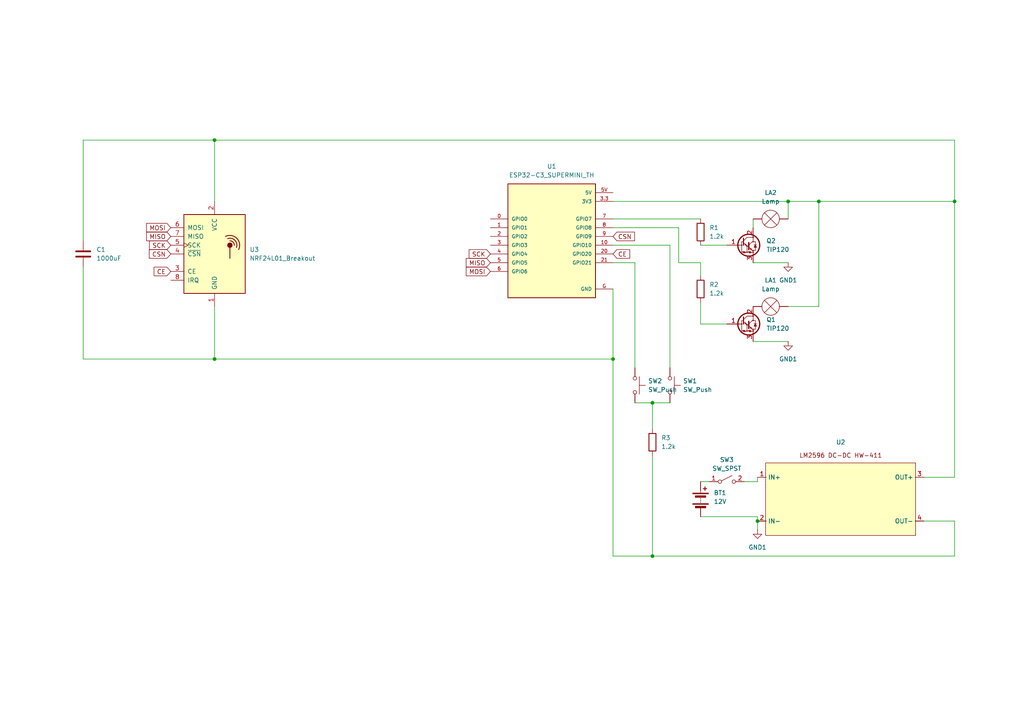
<source format=kicad_sch>
(kicad_sch (version 20250114) (generator "eeschema") (generator_version "9.0")
  (paper "A4")
  (title_block (title "KOTH Station Schematic") (date "2025-07-14") (rev "1") (comment 1 "Power and reliability issue of radio module"))
  (lib_symbols
    (symbol "Device:Battery" (pin_numbers (hide yes)) (pin_names (offset 0) (hide yes))
      (property "Reference" "BT" (at 2.54 2.54 0))
      (property "Value" "Battery" (at 2.54 0 0))
      (symbol "Battery_0_1"
        (rectangle (start -2.286 1.778) (end 2.286 1.524) (fill (type outline)))
        (rectangle (start -2.286 -1.27) (end 2.286 -1.524) (fill (type outline)))
        (rectangle (start -1.524 1.016) (end 1.524 0.508) (fill (type outline)))
        (rectangle (start -1.524 -2.032) (end 1.524 -2.54) (fill (type outline)))
        (polyline (pts (xy 0 1.778) (xy 0 2.54)))
        (polyline (pts (xy 0 0) (xy 0 0.254)))
        (polyline (pts (xy 0 -0.508) (xy 0 -0.254)))
        (polyline (pts (xy 0 -1.016) (xy 0 -0.762)))
        (polyline (pts (xy 0.762 3.048) (xy 1.778 3.048)) (stroke (width 0.254)))
        (polyline (pts (xy 1.27 3.556) (xy 1.27 2.54)) (stroke (width 0.254)))
      )
      (symbol "Battery_1_1"
        (pin passive line (at 0 5.08 270) (length 2.54) (name "+") (number "1"))
        (pin passive line (at 0 -5.08 90) (length 2.54) (name "-") (number "2"))
      )
    )
    (symbol "Device:C" (pin_numbers (hide yes)) (pin_names (offset 0.254))
      (property "Reference" "C" (at 0.635 2.54 0))
      (property "Value" "C" (at 0.635 -2.54 0))
      (symbol "C_0_1"
        (polyline (pts (xy -2.032 0.762) (xy 2.032 0.762)) (stroke (width 0.508)))
        (polyline (pts (xy -2.032 -0.762) (xy 2.032 -0.762)) (stroke (width 0.508)))
      )
      (symbol "C_1_1"
        (pin passive line (at 0 3.81 270) (length 2.794) (name "~") (number "1"))
        (pin passive line (at 0 -3.81 90) (length 2.794) (name "~") (number "2"))
      )
    )
    (symbol "Device:Lamp" (pin_numbers (hide yes)) (pin_names (offset 0.0254) (hide yes))
      (property "Reference" "LA" (at 0.635 3.81 0))
      (property "Value" "Lamp" (at 0.635 -3.81 0))
      (symbol "Lamp_0_1"
        (polyline (pts (xy -1.778 1.778) (xy 1.778 -1.778)))
        (circle (center 0 0) (radius 2.54))
        (polyline (pts (xy 1.778 1.778) (xy -1.778 -1.778)))
      )
      (symbol "Lamp_1_1"
        (pin passive line (at 0 5.08 270) (length 2.54) (name "+") (number "2"))
        (pin passive line (at 0 -5.08 90) (length 2.54) (name "-") (number "1"))
      )
    )
    (symbol "Device:R" (pin_numbers (hide yes)) (pin_names (offset 0))
      (property "Reference" "R" (at 2.032 0 90))
      (property "Value" "R" (at 0 0 90))
      (symbol "R_0_1"
        (rectangle (start -1.016 -2.54) (end 1.016 2.54) (stroke (width 0.254)))
      )
      (symbol "R_1_1"
        (pin passive line (at 0 3.81 270) (length 1.27) (name "~") (number "1"))
        (pin passive line (at 0 -3.81 90) (length 1.27) (name "~") (number "2"))
      )
    )
    (symbol "ESP32-C3_SUPERMINI_TH:ESP32-C3_SUPERMINI_TH" (pin_names (offset 1.016))
      (property "Reference" "U" (at -12.7 16.002 0))
      (property "Value" "ESP32-C3_SUPERMINI_TH" (at -12.7 -20.32 0))
      (symbol "ESP32-C3_SUPERMINI_TH_0_0"
        (rectangle (start -12.7 -17.78) (end 12.7 15.24) (stroke (width 0.254)) (fill (type background)))
        (pin bidirectional line (at -17.78 5.08 0) (length 5.08) (name "GPIO0") (number "0"))
        (pin bidirectional line (at -17.78 2.54 0) (length 5.08) (name "GPIO1") (number "1"))
        (pin bidirectional line (at -17.78 0 0) (length 5.08) (name "GPIO2") (number "2"))
        (pin bidirectional line (at -17.78 -2.54 0) (length 5.08) (name "GPIO3") (number "3"))
        (pin bidirectional line (at -17.78 -5.08 0) (length 5.08) (name "GPIO4") (number "4"))
        (pin bidirectional line (at -17.78 -7.62 0) (length 5.08) (name "GPIO5") (number "5"))
        (pin bidirectional line (at -17.78 -10.16 0) (length 5.08) (name "GPIO6") (number "6"))
        (pin power_in line (at 17.78 12.7 180) (length 5.08) (name "5V") (number "5V"))
        (pin power_in line (at 17.78 10.16 180) (length 5.08) (name "3V3") (number "3.3"))
        (pin bidirectional line (at 17.78 5.08 180) (length 5.08) (name "GPIO7") (number "7"))
        (pin bidirectional line (at 17.78 2.54 180) (length 5.08) (name "GPIO8") (number "8"))
        (pin bidirectional line (at 17.78 0 180) (length 5.08) (name "GPIO9") (number "9"))
        (pin bidirectional line (at 17.78 -2.54 180) (length 5.08) (name "GPIO10") (number "10"))
        (pin bidirectional line (at 17.78 -5.08 180) (length 5.08) (name "GPIO20") (number "20"))
        (pin bidirectional line (at 17.78 -7.62 180) (length 5.08) (name "GPIO21") (number "21"))
        (pin power_in line (at 17.78 -15.24 180) (length 5.08) (name "GND") (number "G"))
      )
    )
    (symbol "RF:NRF24L01_Breakout" (pin_names (offset 1.016))
      (property "Reference" "U" (at -8.89 12.7 0))
      (property "Value" "NRF24L01_Breakout" (at 3.81 12.7 0))
      (symbol "NRF24L01_Breakout_0_1"
        (rectangle (start -8.89 11.43) (end 8.89 -11.43) (stroke (width 0.254)) (fill (type background)))
        (arc (start 3.175 5.08) (mid 6.453 4.548) (end 6.985 1.27) (stroke (width 0.254)))
        (circle (center 4.445 2.54) (radius 0.635) (stroke (width 0.254)) (fill (type outline)))
        (polyline (pts (xy 4.445 1.905) (xy 4.445 -1.27)) (stroke (width 0.254)))
        (arc (start 3.81 4.445) (mid 5.8835 3.9785) (end 6.35 1.905) (stroke (width 0.254)))
        (arc (start 4.445 3.81) (mid 5.3558 3.4508) (end 5.715 2.54) (stroke (width 0.254)))
      )
      (symbol "NRF24L01_Breakout_1_1"
        (pin input line (at -12.7 7.62 0) (length 3.81) (name "MOSI") (number "6"))
        (pin output line (at -12.7 5.08 0) (length 3.81) (name "MISO") (number "7"))
        (pin input clock (at -12.7 2.54 0) (length 3.81) (name "SCK") (number "5"))
        (pin input line (at -12.7 0 0) (length 3.81) (name "~{CSN}") (number "4"))
        (pin input line (at -12.7 -5.08 0) (length 3.81) (name "CE") (number "3"))
        (pin output line (at -12.7 -7.62 0) (length 3.81) (name "IRQ") (number "8"))
        (pin power_in line (at 0 15.24 270) (length 3.81) (name "VCC") (number "2"))
        (pin power_in line (at 0 -15.24 90) (length 3.81) (name "GND") (number "1"))
      )
    )
    (symbol "Switch:SW_Push" (pin_numbers (hide yes)) (pin_names (offset 1.016) (hide yes))
      (property "Reference" "SW" (at 1.27 2.54 0))
      (property "Value" "SW_Push" (at 0 -1.524 0))
      (symbol "SW_Push_0_1"
        (circle (center -2.032 0) (radius 0.508))
        (polyline (pts (xy 0 1.27) (xy 0 3.048)))
        (circle (center 2.032 0) (radius 0.508))
        (polyline (pts (xy 2.54 1.27) (xy -2.54 1.27)))
        (pin passive line (at -5.08 0 0) (length 2.54) (name "1") (number "1"))
        (pin passive line (at 5.08 0 180) (length 2.54) (name "2") (number "2"))
      )
    )
    (symbol "Switch:SW_SPST" (pin_names (offset 0) (hide yes))
      (property "Reference" "SW" (at 0 3.175 0))
      (property "Value" "SW_SPST" (at 0 -2.54 0))
      (symbol "SW_SPST_0_0"
        (circle (center -2.032 0) (radius 0.508))
        (polyline (pts (xy -1.524 0.254) (xy 1.524 1.778)))
        (circle (center 2.032 0) (radius 0.508))
      )
      (symbol "SW_SPST_1_1"
        (pin passive line (at -5.08 0 0) (length 2.54) (name "A") (number "1"))
        (pin passive line (at 5.08 0 180) (length 2.54) (name "B") (number "2"))
      )
    )
    (symbol "Transistor_BJT:TIP120" (pin_names (offset 0) (hide yes))
      (property "Reference" "Q" (at 5.08 1.905 0))
      (property "Value" "TIP120" (at 5.08 0 0))
      (symbol "TIP120_0_1"
        (polyline (pts (xy -1.27 0) (xy -0.889 0)))
        (circle (center -0.762 0) (radius 0.127))
        (polyline (pts (xy -0.254 2.032) (xy -0.254 0) (xy -0.254 0)) (stroke (width 0.3048)))
        (polyline (pts (xy -0.254 1.27) (xy 0.762 2.286) (xy 2.54 2.286)))
        (polyline (pts (xy -0.254 1.016) (xy -0.762 1.016) (xy -0.762 -2.032)))
        (polyline (pts (xy -0.254 0.762) (xy 0.762 -0.254) (xy 1.27 -0.254)))
        (polyline (pts (xy 0.635 -0.127) (xy 0.381 0.381) (xy 0.127 0.127) (xy 0.635 -0.127)))
        (polyline (pts (xy 0.762 -0.254) (xy 0.762 -2.032) (xy 1.143 -2.032) (xy 1.27 -1.778) (xy 1.397 -2.286) (xy 1.524 -1.778) (xy 1.651 -2.286) (xy 1.778 -1.778) (xy 1.905 -2.286) (xy 2.032 -2.032) (xy 2.54 -2.032)))
        (circle (center 0.762 -0.254) (radius 0.127))
        (polyline (pts (xy 0.762 -2.032) (xy 0.381 -2.032) (xy 0.254 -2.286) (xy 0.127 -1.778) (xy 0 -2.286) (xy -0.127 -1.778) (xy -0.254 -2.286) (xy -0.381 -1.778) (xy -0.508 -2.032) (xy -0.762 -2.032)))
        (circle (center 0.762 -2.032) (radius 0.127))
        (polyline (pts (xy 1.27 0.762) (xy 1.27 -1.27) (xy 1.27 -1.27)) (stroke (width 0.381)))
        (polyline (pts (xy 1.27 0) (xy 2.286 1.016) (xy 2.54 1.016) (xy 2.54 2.286)))
        (circle (center 1.27 0) (radius 3.175) (stroke (width 0.3556)))
        (polyline (pts (xy 1.27 -0.508) (xy 2.286 -1.524) (xy 2.54 -1.524) (xy 2.54 -2.032)))
        (polyline (pts (xy 2.159 -1.397) (xy 1.905 -0.889) (xy 1.651 -1.143) (xy 2.159 -1.397)))
        (circle (center 2.54 2.286) (radius 0.127))
        (circle (center 2.54 1.016) (radius 0.127))
        (polyline (pts (xy 2.54 -1.524) (xy 3.175 -1.524)))
        (circle (center 2.54 -1.524) (radius 0.127))
        (polyline (pts (xy 2.54 -2.032) (xy 2.54 -2.54)))
        (circle (center 2.54 -2.032) (radius 0.127))
        (polyline (pts (xy 2.794 0.127) (xy 3.556 0.127)))
        (polyline (pts (xy 3.175 1.016) (xy 2.54 1.016)))
        (polyline (pts (xy 3.175 1.016) (xy 3.175 0.127)))
        (polyline (pts (xy 3.175 0.127) (xy 2.794 -0.635) (xy 3.556 -0.635) (xy 3.175 0.127)) (fill (type outline)))
        (polyline (pts (xy 3.175 -0.635) (xy 3.175 -1.524)))
      )
      (symbol "TIP120_1_1"
        (pin input line (at -5.08 0 0) (length 3.81) (name "B") (number "1"))
        (pin passive line (at 2.54 5.08 270) (length 2.667) (name "C") (number "2"))
        (pin passive line (at 2.54 -5.08 90) (length 2.54) (name "E") (number "3"))
      )
    )
    (symbol "otter:LM2596 DC-DC HW-411"
      (property "Reference" "U" (at 0 0 0))
      (symbol "LM2596 DC-DC HW-411_1_1"
        (rectangle (start -21.75 10.5) (end 21.75 -10.5) (fill (type background)))
        (text "LM2596 DC-DC HW-411" (at 0 12.7 0) (effects (font (size 1.27 1.27))))
        (pin input line (at -24.13 6.35 0) (length 2.54) (name "IN+") (number "1"))
        (pin input line (at -24.13 -6.35 0) (length 2.54) (name "IN-") (number "2"))
        (pin output line (at 24.13 6.35 180) (length 2.54) (name "OUT+") (number "3"))
        (pin output line (at 24.13 -6.35 180) (length 2.54) (name "OUT-") (number "4"))
      )
    )
    (symbol "power:GND1" (power) (pin_numbers (hide yes)) (pin_names (offset 0) (hide yes))
      (property "Value" "GND1" (at 0 -3.81 0))
      (symbol "GND1_0_1"
        (polyline (pts (xy 0 0) (xy 0 -1.27) (xy 1.27 -1.27) (xy 0 -2.54) (xy -1.27 -1.27) (xy 0 -1.27)))
      )
      (symbol "GND1_1_1"
        (pin power_in line (at 0 0 270) (length 0) (name "~") (number "1"))
      )
    )
  )
  (junction (at 189.23 116.84))
  (junction (at 276.86 58.42))
  (junction (at 62.23 40.64))
  (junction (at 62.23 104.14))
  (junction (at 219.71 151.13))
  (junction (at 177.8 104.14))
  (junction (at 228.6 58.42))
  (junction (at 189.23 161.29))
  (junction (at 237.49 58.42))
  (wire (pts (xy 203.2 149.86) (xy 219.71 149.86)))
  (wire (pts (xy 189.23 116.84) (xy 194.31 116.84)))
  (wire (pts (xy 219.71 139.7) (xy 219.71 138.43)))
  (wire (pts (xy 189.23 161.29) (xy 276.86 161.29)))
  (wire (pts (xy 196.85 66.04) (xy 196.85 76.2)))
  (wire (pts (xy 194.31 106.68) (xy 194.31 71.12)))
  (wire (pts (xy 189.23 116.84) (xy 189.23 124.46)))
  (wire (pts (xy 276.86 151.13) (xy 267.97 151.13)))
  (wire (pts (xy 215.9 139.7) (xy 219.71 139.7)))
  (wire (pts (xy 219.71 151.13) (xy 219.71 153.67)))
  (wire (pts (xy 24.13 77.47) (xy 24.13 104.14)))
  (wire (pts (xy 203.2 76.2) (xy 203.2 80.01)))
  (wire (pts (xy 276.86 138.43) (xy 276.86 58.42)))
  (wire (pts (xy 24.13 40.64) (xy 62.23 40.64)))
  (wire (pts (xy 24.13 40.64) (xy 24.13 69.85)))
  (wire (pts (xy 228.6 58.42) (xy 237.49 58.42)))
  (wire (pts (xy 177.8 161.29) (xy 189.23 161.29)))
  (wire (pts (xy 189.23 132.08) (xy 189.23 161.29)))
  (wire (pts (xy 203.2 87.63) (xy 203.2 93.98)))
  (wire (pts (xy 228.6 58.42) (xy 228.6 63.5)))
  (wire (pts (xy 62.23 40.64) (xy 62.23 58.42)))
  (wire (pts (xy 203.2 71.12) (xy 210.82 71.12)))
  (wire (pts (xy 194.31 71.12) (xy 177.8 71.12)))
  (wire (pts (xy 237.49 58.42) (xy 276.86 58.42)))
  (wire (pts (xy 203.2 93.98) (xy 210.82 93.98)))
  (wire (pts (xy 218.44 99.06) (xy 228.6 99.06)))
  (wire (pts (xy 177.8 104.14) (xy 177.8 161.29)))
  (wire (pts (xy 219.71 149.86) (xy 219.71 151.13)))
  (wire (pts (xy 237.49 58.42) (xy 237.49 88.9)))
  (wire (pts (xy 218.44 76.2) (xy 228.6 76.2)))
  (wire (pts (xy 276.86 161.29) (xy 276.86 151.13)))
  (wire (pts (xy 177.8 83.82) (xy 177.8 104.14)))
  (wire (pts (xy 184.15 116.84) (xy 189.23 116.84)))
  (wire (pts (xy 62.23 40.64) (xy 276.86 40.64)))
  (wire (pts (xy 62.23 88.9) (xy 62.23 104.14)))
  (wire (pts (xy 276.86 40.64) (xy 276.86 58.42)))
  (wire (pts (xy 24.13 104.14) (xy 62.23 104.14)))
  (wire (pts (xy 228.6 88.9) (xy 237.49 88.9)))
  (wire (pts (xy 184.15 106.68) (xy 184.15 76.2)))
  (wire (pts (xy 184.15 76.2) (xy 177.8 76.2)))
  (wire (pts (xy 177.8 66.04) (xy 196.85 66.04)))
  (wire (pts (xy 62.23 104.14) (xy 177.8 104.14)))
  (wire (pts (xy 203.2 76.2) (xy 196.85 76.2)))
  (wire (pts (xy 177.8 58.42) (xy 228.6 58.42)))
  (wire (pts (xy 267.97 138.43) (xy 276.86 138.43)))
  (wire (pts (xy 203.2 139.7) (xy 205.74 139.7)))
  (wire (pts (xy 177.8 63.5) (xy 203.2 63.5)))
  (wire (pts (xy 218.44 63.5) (xy 218.44 66.04)))
  (global_label "MISO" (shape input) (at 142.24 76.2 180) (property "Intersheetrefs" "${INTERSHEET_REFS}" (effects (hide yes))))
  (global_label "SCK" (shape input) (at 49.53 71.12 180) (property "Intersheetrefs" "${INTERSHEET_REFS}" (effects (hide yes))))
  (global_label "CE" (shape input) (at 177.8 73.66 0) (property "Intersheetrefs" "${INTERSHEET_REFS}" (effects (hide yes))))
  (global_label "CSN" (shape input) (at 177.8 68.58 0) (property "Intersheetrefs" "${INTERSHEET_REFS}" (effects (hide yes))))
  (global_label "CSN" (shape input) (at 49.53 73.66 180) (property "Intersheetrefs" "${INTERSHEET_REFS}" (effects (hide yes))))
  (global_label "MOSI" (shape input) (at 49.53 66.04 180) (property "Intersheetrefs" "${INTERSHEET_REFS}" (effects (hide yes))))
  (global_label "CE" (shape input) (at 49.53 78.74 180) (property "Intersheetrefs" "${INTERSHEET_REFS}" (effects (hide yes))))
  (global_label "SCK" (shape input) (at 142.24 73.66 180) (property "Intersheetrefs" "${INTERSHEET_REFS}" (effects (hide yes))))
  (global_label "MOSI" (shape input) (at 142.24 78.74 180) (property "Intersheetrefs" "${INTERSHEET_REFS}" (effects (hide yes))))
  (global_label "MISO" (shape input) (at 49.53 68.58 180) (property "Intersheetrefs" "${INTERSHEET_REFS}" (effects (hide yes))))
  (symbol (lib_id "Device:R") (at 203.2 67.31 0) (unit 1)
    (property "Reference" "R1" (at 205.74 66.0399 0) (effects (justify left)))
    (property "Value" "1.2k" (at 205.74 68.5799 0) (effects (justify left)))
    (property "Description" "Resistor" (effects (hide yes)))
  )
  (symbol (lib_id "ESP32-C3_SUPERMINI_TH:ESP32-C3_SUPERMINI_TH") (at 160.02 68.58 0) (unit 1)
    (property "Reference" "U1" (at 160.02 48.26 0))
    (property "Value" "ESP32-C3_SUPERMINI_TH" (at 160.02 50.8 0))
    (property "Footprint" "ESP32-C3_SUPERMINI_TH:MODULE_ESP32-C3_SUPERMINI_TH" (effects (hide yes)))
    (property "MF" "Espressif Systems" (effects (hide yes)))
    (property "Description_1" "Super tiny ESP32-C3 board" (effects (hide yes)))
    (property "CREATOR" "DIZAR" (effects (hide yes)))
    (property "Price" "None" (effects (hide yes)))
    (property "Package" "Package" (effects (hide yes)))
    (property "Check_prices" "https://www.snapeda.com/parts/ESP32-C3%20SuperMini_TH/Espressif+Systems/view-part/?ref=eda" (effects (hide yes)))
    (property "STANDARD" "IPC-7351B" (effects (hide yes)))
    (property "SnapEDA_Link" "https://www.snapeda.com/parts/ESP32-C3%20SuperMini_TH/Espressif+Systems/view-part/?ref=snap" (effects (hide yes)))
    (property "MP" "ESP32-C3 SuperMini_TH" (effects (hide yes)))
    (property "Availability" "Not in stock" (effects (hide yes)))
    (property "MANUFACTURER" "Espressif Systems" (effects (hide yes)))
  )
  (symbol (lib_id "Transistor_BJT:TIP120") (at 215.9 71.12 0) (unit 1)
    (property "Reference" "Q2" (at 222.25 69.8499 0) (effects (justify left)))
    (property "Value" "TIP120" (at 222.25 72.3899 0) (effects (justify left)))
    (property "Footprint" "Package_TO_SOT_THT:TO-220-3_Vertical" (effects (hide yes)))
    (property "Datasheet" "https://www.onsemi.com/pub/Collateral/TIP120-D.PDF" (effects (hide yes)))
    (property "Description" "5A Ic, 60V Vce, Silicon Darlington Power NPN Transistor, TO-220" (effects (hide yes)))
  )
  (symbol (lib_id "Transistor_BJT:TIP120") (at 215.9 93.98 0) (unit 1)
    (property "Reference" "Q1" (at 222.25 92.7099 0) (effects (justify left)))
    (property "Value" "TIP120" (at 222.25 95.2499 0) (effects (justify left)))
    (property "Footprint" "Package_TO_SOT_THT:TO-220-3_Vertical" (effects (hide yes)))
    (property "Datasheet" "https://www.onsemi.com/pub/Collateral/TIP120-D.PDF" (effects (hide yes)))
    (property "Description" "5A Ic, 60V Vce, Silicon Darlington Power NPN Transistor, TO-220" (effects (hide yes)))
  )
  (symbol (lib_id "Switch:SW_Push") (at 184.15 111.76 270) (unit 1)
    (property "Reference" "SW2" (at 187.96 110.4899 90) (effects (justify left)))
    (property "Value" "SW_Push" (at 187.96 113.0299 90) (effects (justify left)))
    (property "Description" "Push button switch, generic, two pins" (effects (hide yes)))
  )
  (symbol (lib_id "otter:LM2596 DC-DC HW-411") (at 243.84 144.78 0) (unit 1)
    (property "Reference" "U2" (at 243.84 128.27 0))
  )
  (symbol (lib_id "power:GND1") (at 219.71 153.67 0) (unit 1)
    (property "Reference" "#PWR03" (effects (hide yes)))
    (property "Value" "GND1" (at 219.71 158.75 0))
    (property "Description" "Power symbol creates a global label with name \"GND1\" , ground" (effects (hide yes)))
  )
  (symbol (lib_id "Device:C") (at 24.13 73.66 0) (unit 1)
    (property "Reference" "C1" (at 27.94 72.3899 0) (effects (justify left)))
    (property "Value" "1000uF" (at 27.94 74.9299 0) (effects (justify left)))
    (property "Description" "Unpolarized capacitor" (effects (hide yes)))
  )
  (symbol (lib_id "Device:Battery") (at 203.2 144.78 0) (unit 1)
    (property "Reference" "BT1" (at 207.01 142.9384 0) (effects (justify left)))
    (property "Value" "12V" (at 207.01 145.4784 0) (effects (justify left)))
    (property "Description" "Multiple-cell battery" (effects (hide yes)))
  )
  (symbol (lib_id "Switch:SW_Push") (at 194.31 111.76 270) (unit 1)
    (property "Reference" "SW1" (at 198.12 110.4899 90) (effects (justify left)))
    (property "Value" "SW_Push" (at 198.12 113.0299 90) (effects (justify left)))
    (property "Description" "Push button switch, generic, two pins" (effects (hide yes)))
  )
  (symbol (lib_id "Switch:SW_SPST") (at 210.82 139.7 0) (unit 1)
    (property "Reference" "SW3" (at 210.82 133.35 0))
    (property "Value" "SW_SPST" (at 210.82 135.89 0))
    (property "Description" "Single Pole Single Throw (SPST) switch" (effects (hide yes)))
  )
  (symbol (lib_id "power:GND1") (at 228.6 99.06 0) (unit 1)
    (property "Reference" "#PWR01" (effects (hide yes)))
    (property "Value" "GND1" (at 228.6 104.14 0))
    (property "Description" "Power symbol creates a global label with name \"GND1\" , ground" (effects (hide yes)))
  )
  (symbol (lib_id "Device:Lamp") (at 223.52 88.9 90) (unit 1)
    (property "Reference" "LA1" (at 223.52 81.28 90))
    (property "Value" "Lamp" (at 223.52 83.82 90))
    (property "Description" "Lamp" (effects (hide yes)))
  )
  (symbol (lib_id "Device:R") (at 189.23 128.27 0) (unit 1)
    (property "Reference" "R3" (at 191.77 126.9999 0) (effects (justify left)))
    (property "Value" "1.2k" (at 191.77 129.5399 0) (effects (justify left)))
    (property "Description" "Resistor" (effects (hide yes)))
  )
  (symbol (lib_id "power:GND1") (at 228.6 76.2 0) (unit 1)
    (property "Reference" "#PWR02" (effects (hide yes)))
    (property "Value" "GND1" (at 228.6 81.28 0))
    (property "Description" "Power symbol creates a global label with name \"GND1\" , ground" (effects (hide yes)))
  )
  (symbol (lib_id "Device:R") (at 203.2 83.82 0) (unit 1)
    (property "Reference" "R2" (at 205.74 82.5499 0) (effects (justify left)))
    (property "Value" "1.2k" (at 205.74 85.0899 0) (effects (justify left)))
    (property "Description" "Resistor" (effects (hide yes)))
  )
  (symbol (lib_id "Device:Lamp") (at 223.52 63.5 90) (unit 1)
    (property "Reference" "LA2" (at 223.52 55.88 90))
    (property "Value" "Lamp" (at 223.52 58.42 90))
    (property "Description" "Lamp" (effects (hide yes)))
  )
  (symbol (lib_id "RF:NRF24L01_Breakout") (at 62.23 73.66 0) (unit 1)
    (property "Reference" "U3" (at 72.39 72.3899 0) (effects (justify left)))
    (property "Value" "NRF24L01_Breakout" (at 72.39 74.9299 0) (effects (justify left)))
    (property "Footprint" "RF_Module:nRF24L01_Breakout" (effects (hide yes)))
    (property "Datasheet" "http://www.nordicsemi.com/eng/content/download/2730/34105/file/nRF24L01_Product_Specification_v2_0.pdf" (effects (hide yes)))
    (property "Description" "Ultra low power 2.4GHz RF Transceiver, Carrier PCB" (effects (hide yes)))
  )
)
</source>
